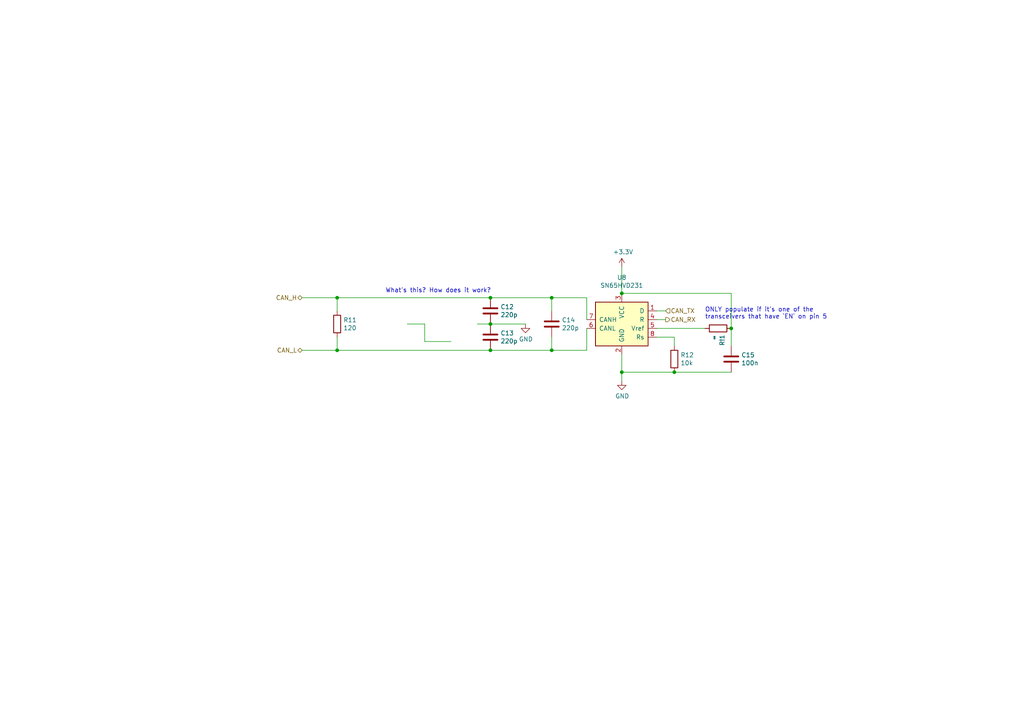
<source format=kicad_sch>
(kicad_sch (version 20211123) (generator eeschema)
  (paper "A4")
  (title_block (title "SDCL - CAN") (date "2021-12-16") (rev "v1.0") (company "FaSTTUBe - Formula Student Team TU Berlin") (comment 1 "Car 113") (comment 2 "EBS Electronics") (comment 3 "CAN Bus input/output stage"))
  (lib_symbols
    (symbol "Device:C" (pin_numbers hide) (pin_names (offset 0.254))
      (property "Reference" "C" (at 0.635 2.54 0))
      (property "Value" "C" (at 0.635 -2.54 0))
      (symbol "C_0_1"
        (polyline (pts (xy -2.032 -0.762) (xy 2.032 -0.762)) (stroke (width 0.508)))
        (polyline (pts (xy -2.032 0.762) (xy 2.032 0.762)) (stroke (width 0.508)))
      )
      (symbol "C_1_1"
        (pin passive line (at 0 3.81 270) (length 2.794) (name "~") (number "1"))
        (pin passive line (at 0 -3.81 90) (length 2.794) (name "~") (number "2"))
      )
    )
    (symbol "Device:R" (pin_numbers hide) (pin_names (offset 0))
      (property "Reference" "R" (at 2.032 0 90))
      (property "Value" "R" (at 0 0 90))
      (symbol "R_0_1"
        (rectangle (start -1.016 -2.54) (end 1.016 2.54) (stroke (width 0.254)))
      )
      (symbol "R_1_1"
        (pin passive line (at 0 3.81 270) (length 1.27) (name "~") (number "1"))
        (pin passive line (at 0 -3.81 90) (length 1.27) (name "~") (number "2"))
      )
    )
    (symbol "Interface_CAN_LIN:SN65HVD231" (pin_names (offset 1.016))
      (property "Reference" "U" (at -2.54 10.16 0))
      (property "Value" "SN65HVD231" (at -2.54 7.62 0))
      (symbol "SN65HVD231_0_1"
        (rectangle (start -7.62 5.08) (end 7.62 -7.62) (stroke (width 0.254)) (fill (type background)))
      )
      (symbol "SN65HVD231_1_1"
        (pin input line (at -10.16 2.54 0) (length 2.54) (name "D") (number "1"))
        (pin power_in line (at 0 -10.16 90) (length 2.54) (name "GND") (number "2"))
        (pin power_in line (at 0 7.62 270) (length 2.54) (name "VCC") (number "3"))
        (pin output line (at -10.16 0 0) (length 2.54) (name "R") (number "4"))
        (pin output line (at -10.16 -2.54 0) (length 2.54) (name "Vref") (number "5"))
        (pin bidirectional line (at 10.16 -2.54 180) (length 2.54) (name "CANL") (number "6"))
        (pin bidirectional line (at 10.16 0 180) (length 2.54) (name "CANH") (number "7"))
        (pin input line (at -10.16 -5.08 0) (length 2.54) (name "Rs") (number "8"))
      )
    )
    (symbol "power:+3.3V" (power) (pin_names (offset 0))
      (property "Value" "+3.3V" (at 0 3.556 0))
      (symbol "+3.3V_0_1"
        (polyline (pts (xy -0.762 1.27) (xy 0 2.54)))
        (polyline (pts (xy 0 0) (xy 0 2.54)))
        (polyline (pts (xy 0 2.54) (xy 0.762 1.27)))
      )
      (symbol "+3.3V_1_1"
        (pin power_in line (at 0 0 90) (length 0) hide (name "+3.3V") (number "1"))
      )
    )
    (symbol "power:GND" (power) (pin_names (offset 0))
      (property "Value" "GND" (at 0 -3.81 0))
      (symbol "GND_0_1"
        (polyline (pts (xy 0 0) (xy 0 -1.27) (xy 1.27 -1.27) (xy 0 -2.54) (xy -1.27 -1.27) (xy 0 -1.27)))
      )
      (symbol "GND_1_1"
        (pin power_in line (at 0 0 270) (length 0) hide (name "GND") (number "1"))
      )
    )
  )
  (junction (at 142.24 93.98))
  (junction (at 180.34 85.09))
  (junction (at 97.79 86.36))
  (junction (at 180.34 107.95))
  (junction (at 195.58 107.95))
  (junction (at 212.09 95.25))
  (junction (at 142.24 86.36))
  (junction (at 97.79 101.6))
  (junction (at 142.24 101.6))
  (junction (at 160.02 101.6))
  (junction (at 160.02 86.36))
  (wire (pts (xy 97.79 101.6) (xy 142.24 101.6)))
  (wire (pts (xy 180.34 107.95) (xy 180.34 110.49)))
  (wire (pts (xy 180.34 102.87) (xy 180.34 107.95)))
  (wire (pts (xy 97.79 86.36) (xy 97.79 90.17)))
  (wire (pts (xy 204.47 95.25) (xy 190.5 95.25)))
  (wire (pts (xy 97.79 86.36) (xy 87.63 86.36)))
  (wire (pts (xy 97.79 86.36) (xy 142.24 86.36)))
  (wire (pts (xy 190.5 97.79) (xy 195.58 97.79)))
  (wire (pts (xy 180.34 77.47) (xy 180.34 85.09)))
  (wire (pts (xy 160.02 86.36) (xy 170.18 86.36)))
  (wire (pts (xy 123.19 99.06) (xy 130.81 99.06)))
  (wire (pts (xy 212.09 85.09) (xy 180.34 85.09)))
  (wire (pts (xy 212.09 107.95) (xy 195.58 107.95)))
  (wire (pts (xy 160.02 101.6) (xy 170.18 101.6)))
  (wire (pts (xy 212.09 85.09) (xy 212.09 95.25)))
  (wire (pts (xy 123.19 93.98) (xy 123.19 99.06)))
  (wire (pts (xy 142.24 101.6) (xy 160.02 101.6)))
  (wire (pts (xy 97.79 101.6) (xy 97.79 97.79)))
  (wire (pts (xy 87.63 101.6) (xy 97.79 101.6)))
  (wire (pts (xy 193.04 92.71) (xy 190.5 92.71)))
  (wire (pts (xy 138.43 93.98) (xy 142.24 93.98)))
  (wire (pts (xy 193.04 90.17) (xy 190.5 90.17)))
  (wire (pts (xy 170.18 95.25) (xy 170.18 101.6)))
  (wire (pts (xy 170.18 86.36) (xy 170.18 92.71)))
  (wire (pts (xy 152.4 93.98) (xy 142.24 93.98)))
  (wire (pts (xy 195.58 97.79) (xy 195.58 100.33)))
  (wire (pts (xy 160.02 101.6) (xy 160.02 97.79)))
  (wire (pts (xy 180.34 107.95) (xy 195.58 107.95)))
  (wire (pts (xy 160.02 86.36) (xy 160.02 90.17)))
  (wire (pts (xy 118.11 93.98) (xy 123.19 93.98)))
  (wire (pts (xy 142.24 86.36) (xy 160.02 86.36)))
  (wire (pts (xy 212.09 95.25) (xy 212.09 100.33)))
  (text "ONLY populate if it's one of the\ntransceivers that have `EN` on pin 5" (at 204.47 92.71 0) (effects (font (size 1.27 1.27)) (justify left bottom)))
  (text "What's this? How does it work?" (at 111.76 85.09 0) (effects (font (size 1.27 1.27)) (justify left bottom)))
  (hierarchical_label "CAN_L" (shape bidirectional) (at 87.63 101.6 180))
  (hierarchical_label "CAN_H" (shape bidirectional) (at 87.63 86.36 180))
  (hierarchical_label "CAN_RX" (shape output) (at 193.04 92.71 0))
  (hierarchical_label "CAN_TX" (shape input) (at 193.04 90.17 0))
  (symbol (lib_id "Device:R") (at 195.58 104.14 0) (unit 1)
    (property "Reference" "R12" (at 197.358 102.9716 0) (effects (justify left)))
    (property "Value" "10k" (at 197.358 105.283 0) (effects (justify left)))
    (property "Footprint" "Resistor_SMD:R_0603_1608Metric_Pad1.05x0.95mm_HandSolder" (effects hide))
  )
  (symbol (lib_id "Device:R") (at 97.79 93.98 0) (unit 1)
    (property "Reference" "R11" (at 99.568 92.8116 0) (effects (justify left)))
    (property "Value" "120" (at 99.568 95.123 0) (effects (justify left)))
    (property "Footprint" "Resistor_SMD:R_0603_1608Metric_Pad1.05x0.95mm_HandSolder" (effects hide))
  )
  (symbol (lib_id "Device:C") (at 160.02 93.98 0) (unit 1)
    (property "Reference" "C14" (at 162.941 92.8116 0) (effects (justify left)))
    (property "Value" "220p" (at 162.941 95.123 0) (effects (justify left)))
    (property "Footprint" "Capacitor_SMD:C_0603_1608Metric_Pad1.05x0.95mm_HandSolder" (effects hide))
  )
  (symbol (lib_id "Device:C") (at 212.09 104.14 0) (unit 1)
    (property "Reference" "C15" (at 215.011 102.9716 0) (effects (justify left)))
    (property "Value" "100n" (at 215.011 105.283 0) (effects (justify left)))
    (property "Footprint" "Capacitor_SMD:C_0603_1608Metric_Pad1.05x0.95mm_HandSolder" (effects hide))
  )
  (symbol (lib_id "Device:C") (at 142.24 90.17 0) (unit 1)
    (property "Reference" "C12" (at 145.161 89.0016 0) (effects (justify left)))
    (property "Value" "220p" (at 145.161 91.313 0) (effects (justify left)))
    (property "Footprint" "Capacitor_SMD:C_0603_1608Metric_Pad1.05x0.95mm_HandSolder" (effects hide))
  )
  (symbol (lib_id "Device:C") (at 142.24 97.79 0) (unit 1)
    (property "Reference" "C13" (at 145.161 96.6216 0) (effects (justify left)))
    (property "Value" "220p" (at 145.161 98.933 0) (effects (justify left)))
    (property "Footprint" "Capacitor_SMD:C_0603_1608Metric_Pad1.05x0.95mm_HandSolder" (effects hide))
  )
  (symbol (lib_id "Device:D_Zener_x2_ACom_KKA") (at 113.03 93.98 90) (unit 1)
    (property "Reference" "D2" (at 107.5436 93.98 0))
    (property "Value" "CDSOT23-T05C" (at 109.855 93.98 0))
    (property "Footprint" "Package_TO_SOT_SMD:SOT-23" (effects hide))
  )
  (symbol (lib_id "Device:D_Zener_x2_ACom_KKA") (at 130.81 93.98 0) (unit 1)
    (property "Reference" "D3" (at 130.81 88.4936 0))
    (property "Value" "CDSOT23-T05C" (at 130.81 90.805 0))
    (property "Footprint" "Package_TO_SOT_SMD:SOT-23" (effects hide))
  )
  (symbol (lib_id "power:GND") (at 152.4 93.98 0) (unit 1)
    (property "Reference" "#PWR0142" (effects hide))
    (property "Value" "GND" (at 152.527 98.3742 0))
  )
  (symbol (lib_id "power:GND") (at 180.34 110.49 0) (unit 1)
    (property "Reference" "#PWR0143" (effects hide))
    (property "Value" "GND" (at 180.467 114.8842 0))
  )
  (symbol (lib_id "power:+3.3V") (at 180.34 77.47 0) (unit 1)
    (property "Reference" "#PWR0156" (effects hide))
    (property "Value" "+3.3V" (at 180.721 73.0758 0))
  )
  (symbol (lib_id "Device:R") (at 208.28 95.25 270) (unit 1)
    (property "Reference" "R!1" (at 209.4484 97.028 0) (effects (justify left)))
    (property "Value" "∞" (at 207.137 97.028 0) (effects (justify left)))
    (property "Footprint" "Resistor_SMD:R_0603_1608Metric_Pad1.05x0.95mm_HandSolder" (effects hide))
  )
  (symbol (lib_id "Interface_CAN_LIN:SN65HVD231") (at 180.34 92.71 0) (mirror y) (unit 1)
    (property "Reference" "U8" (at 180.34 80.4926 0))
    (property "Value" "SN65HVD231" (at 180.34 82.804 0))
    (property "Footprint" "Package_SO:SOIC-8_3.9x4.9mm_P1.27mm" (effects hide))
    (property "Datasheet" "http://www.ti.com/lit/ds/symlink/sn65hvd230.pdf" (effects hide))
  )
)
</source>
